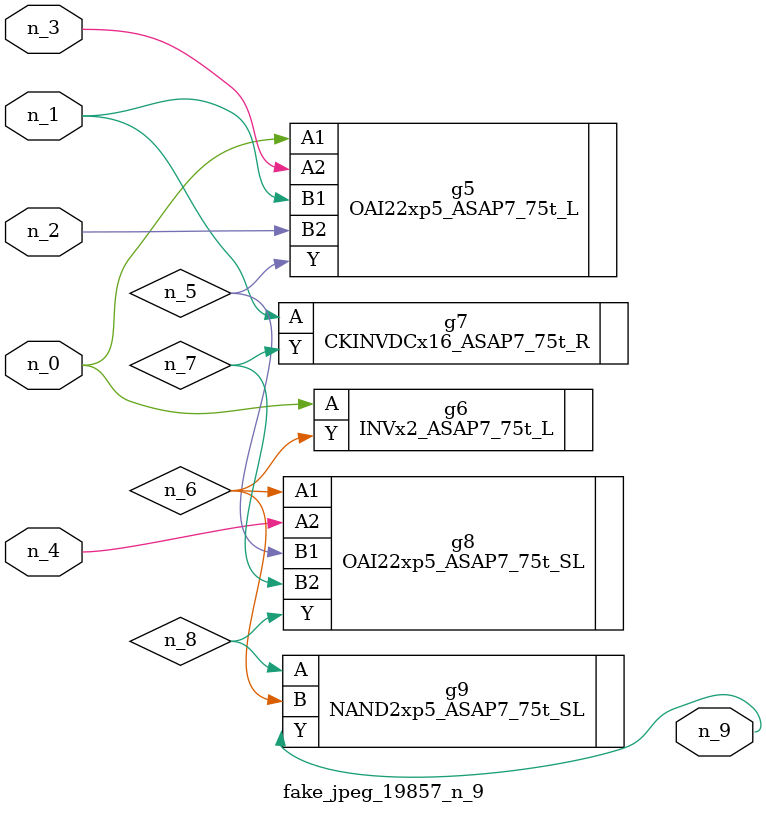
<source format=v>
module fake_jpeg_19857_n_9 (n_3, n_2, n_1, n_0, n_4, n_9);

input n_3;
input n_2;
input n_1;
input n_0;
input n_4;

output n_9;

wire n_8;
wire n_6;
wire n_5;
wire n_7;

OAI22xp5_ASAP7_75t_L g5 ( 
.A1(n_0),
.A2(n_3),
.B1(n_1),
.B2(n_2),
.Y(n_5)
);

INVx2_ASAP7_75t_L g6 ( 
.A(n_0),
.Y(n_6)
);

CKINVDCx16_ASAP7_75t_R g7 ( 
.A(n_1),
.Y(n_7)
);

OAI22xp5_ASAP7_75t_SL g8 ( 
.A1(n_6),
.A2(n_4),
.B1(n_5),
.B2(n_7),
.Y(n_8)
);

NAND2xp5_ASAP7_75t_SL g9 ( 
.A(n_8),
.B(n_6),
.Y(n_9)
);


endmodule
</source>
